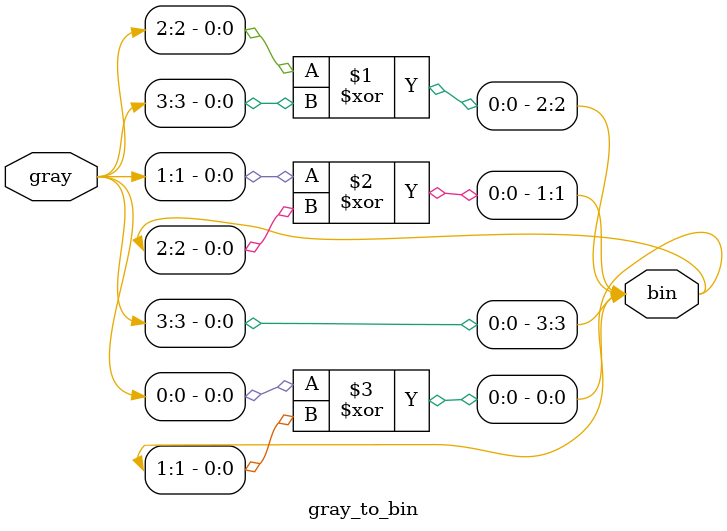
<source format=v>
/*module gray_to_bin #(parameter n = 4) (gray,bin) ;

input [n-1:0] gray ;
output [n-1:0] bin ;
reg [n-1:0] bin ;
integer i ; 
always @(*)
    begin 
        bin[n-1] = gray[n-1] ; 
        bin[n-2:0] = bin[n-1:1] ^ gray[n-2:0] ; // xor tung bit 
    end 
endmodule  
*/
module gray_to_bin #(parameter n = 4) (gray,bin);  

input [n-1:0] gray ; 
output [n-1:0] bin ; 

assign bin[n-1] = gray[n-1] ;
genvar i ; 
generate 
    for (i=n-2;i>=0;i=i-1) 
        begin: gr_bn_gen
            assign bin[i] = gray[i] ^ bin[i+1];
        end 
endgenerate 

endmodule 
            
            
            
            
</source>
